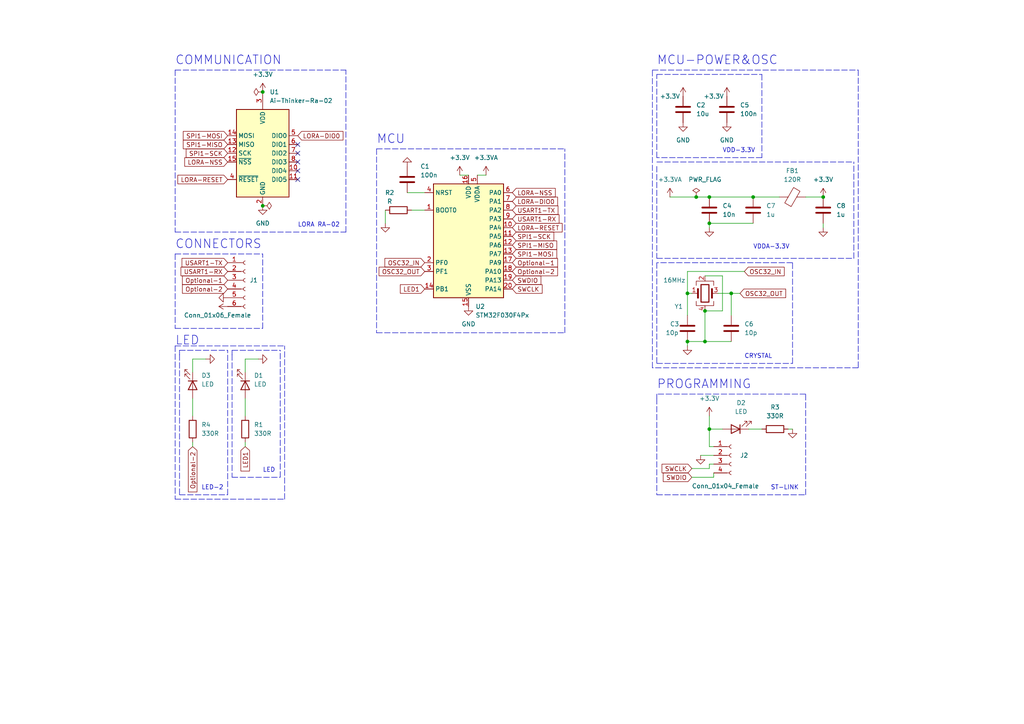
<source format=kicad_sch>
(kicad_sch (version 20211123) (generator eeschema)
  (paper "A4")
  (lib_symbols
    (symbol "Connector:Conn_01x04_Female" (pin_names (offset 1.016) hide)
      (property "Reference" "J" (at 0 5.08 0))
      (property "Value" "Conn_01x04_Female" (at 0 -7.62 0))
      (symbol "Conn_01x04_Female_1_1"
        (arc (start 0 -4.572) (mid -0.508 -5.08) (end 0 -5.588) (stroke (width 0.1524)))
        (arc (start 0 -2.032) (mid -0.508 -2.54) (end 0 -3.048) (stroke (width 0.1524)))
        (polyline (pts (xy -1.27 -5.08) (xy -0.508 -5.08)) (stroke (width 0.1524)))
        (polyline (pts (xy -1.27 -2.54) (xy -0.508 -2.54)) (stroke (width 0.1524)))
        (polyline (pts (xy -1.27 0) (xy -0.508 0)) (stroke (width 0.1524)))
        (polyline (pts (xy -1.27 2.54) (xy -0.508 2.54)) (stroke (width 0.1524)))
        (arc (start 0 0.508) (mid -0.508 0) (end 0 -0.508) (stroke (width 0.1524)))
        (arc (start 0 3.048) (mid -0.508 2.54) (end 0 2.032) (stroke (width 0.1524)))
        (pin passive line (at -5.08 2.54 0) (length 3.81) (name "Pin_1") (number "1"))
        (pin passive line (at -5.08 0 0) (length 3.81) (name "Pin_2") (number "2"))
        (pin passive line (at -5.08 -2.54 0) (length 3.81) (name "Pin_3") (number "3"))
        (pin passive line (at -5.08 -5.08 0) (length 3.81) (name "Pin_4") (number "4"))
      )
    )
    (symbol "Connector:Conn_01x06_Female" (pin_names (offset 1.016) hide)
      (property "Reference" "J" (at 0 7.62 0))
      (property "Value" "Conn_01x06_Female" (at 0 -10.16 0))
      (symbol "Conn_01x06_Female_1_1"
        (arc (start 0 -7.112) (mid -0.508 -7.62) (end 0 -8.128) (stroke (width 0.1524)))
        (arc (start 0 -4.572) (mid -0.508 -5.08) (end 0 -5.588) (stroke (width 0.1524)))
        (arc (start 0 -2.032) (mid -0.508 -2.54) (end 0 -3.048) (stroke (width 0.1524)))
        (polyline (pts (xy -1.27 -7.62) (xy -0.508 -7.62)) (stroke (width 0.1524)))
        (polyline (pts (xy -1.27 -5.08) (xy -0.508 -5.08)) (stroke (width 0.1524)))
        (polyline (pts (xy -1.27 -2.54) (xy -0.508 -2.54)) (stroke (width 0.1524)))
        (polyline (pts (xy -1.27 0) (xy -0.508 0)) (stroke (width 0.1524)))
        (polyline (pts (xy -1.27 2.54) (xy -0.508 2.54)) (stroke (width 0.1524)))
        (polyline (pts (xy -1.27 5.08) (xy -0.508 5.08)) (stroke (width 0.1524)))
        (arc (start 0 0.508) (mid -0.508 0) (end 0 -0.508) (stroke (width 0.1524)))
        (arc (start 0 3.048) (mid -0.508 2.54) (end 0 2.032) (stroke (width 0.1524)))
        (arc (start 0 5.588) (mid -0.508 5.08) (end 0 4.572) (stroke (width 0.1524)))
        (pin passive line (at -5.08 5.08 0) (length 3.81) (name "Pin_1") (number "1"))
        (pin passive line (at -5.08 2.54 0) (length 3.81) (name "Pin_2") (number "2"))
        (pin passive line (at -5.08 0 0) (length 3.81) (name "Pin_3") (number "3"))
        (pin passive line (at -5.08 -2.54 0) (length 3.81) (name "Pin_4") (number "4"))
        (pin passive line (at -5.08 -5.08 0) (length 3.81) (name "Pin_5") (number "5"))
        (pin passive line (at -5.08 -7.62 0) (length 3.81) (name "Pin_6") (number "6"))
      )
    )
    (symbol "Device:C" (pin_numbers hide) (pin_names (offset 0.254))
      (property "Reference" "C" (at 0.635 2.54 0))
      (property "Value" "C" (at 0.635 -2.54 0))
      (symbol "C_0_1"
        (polyline (pts (xy -2.032 -0.762) (xy 2.032 -0.762)) (stroke (width 0.508)))
        (polyline (pts (xy -2.032 0.762) (xy 2.032 0.762)) (stroke (width 0.508)))
      )
      (symbol "C_1_1"
        (pin passive line (at 0 3.81 270) (length 2.794) (name "~") (number "1"))
        (pin passive line (at 0 -3.81 90) (length 2.794) (name "~") (number "2"))
      )
    )
    (symbol "Device:Crystal_GND24" (pin_names (offset 1.016) hide)
      (property "Reference" "Y" (at 3.175 5.08 0))
      (property "Value" "Crystal_GND24" (at 3.175 3.175 0))
      (symbol "Crystal_GND24_0_1"
        (rectangle (start -1.143 2.54) (end 1.143 -2.54) (stroke (width 0.3048)))
        (polyline (pts (xy -2.54 0) (xy -2.032 0)))
        (polyline (pts (xy -2.032 -1.27) (xy -2.032 1.27)) (stroke (width 0.508)))
        (polyline (pts (xy 0 -3.81) (xy 0 -3.556)))
        (polyline (pts (xy 0 3.556) (xy 0 3.81)))
        (polyline (pts (xy 2.032 -1.27) (xy 2.032 1.27)) (stroke (width 0.508)))
        (polyline (pts (xy 2.032 0) (xy 2.54 0)))
        (polyline (pts (xy -2.54 -2.286) (xy -2.54 -3.556) (xy 2.54 -3.556) (xy 2.54 -2.286)))
        (polyline (pts (xy -2.54 2.286) (xy -2.54 3.556) (xy 2.54 3.556) (xy 2.54 2.286)))
      )
      (symbol "Crystal_GND24_1_1"
        (pin passive line (at -3.81 0 0) (length 1.27) (name "1") (number "1"))
        (pin passive line (at 0 5.08 270) (length 1.27) (name "2") (number "2"))
        (pin passive line (at 3.81 0 180) (length 1.27) (name "3") (number "3"))
        (pin passive line (at 0 -5.08 90) (length 1.27) (name "4") (number "4"))
      )
    )
    (symbol "Device:FerriteBead" (pin_numbers hide) (pin_names (offset 0))
      (property "Reference" "FB" (at -3.81 0.635 90))
      (property "Value" "FerriteBead" (at 3.81 0 90))
      (symbol "FerriteBead_0_1"
        (polyline (pts (xy 0 -1.27) (xy 0 -1.2192)))
        (polyline (pts (xy 0 1.27) (xy 0 1.2954)))
        (polyline (pts (xy -2.7686 0.4064) (xy -1.7018 2.2606) (xy 2.7686 -0.3048) (xy 1.6764 -2.159) (xy -2.7686 0.4064)))
      )
      (symbol "FerriteBead_1_1"
        (pin passive line (at 0 3.81 270) (length 2.54) (name "~") (number "1"))
        (pin passive line (at 0 -3.81 90) (length 2.54) (name "~") (number "2"))
      )
    )
    (symbol "Device:LED" (pin_numbers hide) (pin_names (offset 1.016) hide)
      (property "Reference" "D" (at 0 2.54 0))
      (property "Value" "LED" (at 0 -2.54 0))
      (symbol "LED_0_1"
        (polyline (pts (xy -1.27 -1.27) (xy -1.27 1.27)) (stroke (width 0.254)))
        (polyline (pts (xy -1.27 0) (xy 1.27 0)))
        (polyline (pts (xy 1.27 -1.27) (xy 1.27 1.27) (xy -1.27 0) (xy 1.27 -1.27)) (stroke (width 0.254)))
        (polyline (pts (xy -3.048 -0.762) (xy -4.572 -2.286) (xy -3.81 -2.286) (xy -4.572 -2.286) (xy -4.572 -1.524)))
        (polyline (pts (xy -1.778 -0.762) (xy -3.302 -2.286) (xy -2.54 -2.286) (xy -3.302 -2.286) (xy -3.302 -1.524)))
      )
      (symbol "LED_1_1"
        (pin passive line (at -3.81 0 0) (length 2.54) (name "K") (number "1"))
        (pin passive line (at 3.81 0 180) (length 2.54) (name "A") (number "2"))
      )
    )
    (symbol "Device:R" (pin_numbers hide) (pin_names (offset 0))
      (property "Reference" "R" (at 2.032 0 90))
      (property "Value" "R" (at 0 0 90))
      (symbol "R_0_1"
        (rectangle (start -1.016 -2.54) (end 1.016 2.54) (stroke (width 0.254)))
      )
      (symbol "R_1_1"
        (pin passive line (at 0 3.81 270) (length 1.27) (name "~") (number "1"))
        (pin passive line (at 0 -3.81 90) (length 1.27) (name "~") (number "2"))
      )
    )
    (symbol "MCU_ST_STM32F0:STM32F030F4Px"
      (property "Reference" "U" (at -10.16 16.51 0))
      (property "Value" "STM32F030F4Px" (at 5.08 16.51 0))
      (symbol "STM32F030F4Px_0_1"
        (rectangle (start -10.16 -17.78) (end 10.16 15.24) (stroke (width 0.254)) (fill (type background)))
      )
      (symbol "STM32F030F4Px_1_1"
        (pin input line (at -12.7 7.62 0) (length 2.54) (name "BOOT0") (number "1"))
        (pin bidirectional line (at 12.7 2.54 180) (length 2.54) (name "PA4") (number "10"))
        (pin bidirectional line (at 12.7 0 180) (length 2.54) (name "PA5") (number "11"))
        (pin bidirectional line (at 12.7 -2.54 180) (length 2.54) (name "PA6") (number "12"))
        (pin bidirectional line (at 12.7 -5.08 180) (length 2.54) (name "PA7") (number "13"))
        (pin bidirectional line (at -12.7 -15.24 0) (length 2.54) (name "PB1") (number "14"))
        (pin power_in line (at 0 -20.32 90) (length 2.54) (name "VSS") (number "15"))
        (pin power_in line (at 0 17.78 270) (length 2.54) (name "VDD") (number "16"))
        (pin bidirectional line (at 12.7 -7.62 180) (length 2.54) (name "PA9") (number "17"))
        (pin bidirectional line (at 12.7 -10.16 180) (length 2.54) (name "PA10") (number "18"))
        (pin bidirectional line (at 12.7 -12.7 180) (length 2.54) (name "PA13") (number "19"))
        (pin input line (at -12.7 -7.62 0) (length 2.54) (name "PF0") (number "2"))
        (pin bidirectional line (at 12.7 -15.24 180) (length 2.54) (name "PA14") (number "20"))
        (pin input line (at -12.7 -10.16 0) (length 2.54) (name "PF1") (number "3"))
        (pin input line (at -12.7 12.7 0) (length 2.54) (name "NRST") (number "4"))
        (pin power_in line (at 2.54 17.78 270) (length 2.54) (name "VDDA") (number "5"))
        (pin bidirectional line (at 12.7 12.7 180) (length 2.54) (name "PA0") (number "6"))
        (pin bidirectional line (at 12.7 10.16 180) (length 2.54) (name "PA1") (number "7"))
        (pin bidirectional line (at 12.7 7.62 180) (length 2.54) (name "PA2") (number "8"))
        (pin bidirectional line (at 12.7 5.08 180) (length 2.54) (name "PA3") (number "9"))
      )
    )
    (symbol "RF_Module:Ai-Thinker-Ra-02"
      (property "Reference" "U" (at 2.54 19.05 0))
      (property "Value" "Ai-Thinker-Ra-02" (at 13.97 -15.24 0))
      (symbol "Ai-Thinker-Ra-02_0_1"
        (rectangle (start -7.62 12.7) (end 7.62 -12.7) (stroke (width 0.254)) (fill (type background)))
      )
      (symbol "Ai-Thinker-Ra-02_1_1"
        (pin passive line (at 0 -15.24 90) (length 2.54) hide (name "GND") (number "1"))
        (pin bidirectional line (at 10.16 -5.08 180) (length 2.54) (name "DIO4") (number "10"))
        (pin bidirectional line (at 10.16 -7.62 180) (length 2.54) (name "DIO5") (number "11"))
        (pin input line (at -10.16 0 0) (length 2.54) (name "SCK") (number "12"))
        (pin output line (at -10.16 2.54 0) (length 2.54) (name "MISO") (number "13"))
        (pin input line (at -10.16 5.08 0) (length 2.54) (name "MOSI") (number "14"))
        (pin input line (at -10.16 -2.54 0) (length 2.54) (name "~{NSS}") (number "15"))
        (pin passive line (at 0 -15.24 90) (length 2.54) hide (name "GND") (number "16"))
        (pin power_in line (at 0 -15.24 90) (length 2.54) (name "GND") (number "2"))
        (pin power_in line (at 0 17.78 270) (length 5.08) (name "VDD") (number "3"))
        (pin input line (at -10.16 -7.62 0) (length 2.54) (name "~{RESET}") (number "4"))
        (pin bidirectional line (at 10.16 5.08 180) (length 2.54) (name "DIO0") (number "5"))
        (pin bidirectional line (at 10.16 2.54 180) (length 2.54) (name "DIO1") (number "6"))
        (pin bidirectional line (at 10.16 0 180) (length 2.54) (name "DIO2") (number "7"))
        (pin bidirectional line (at 10.16 -2.54 180) (length 2.54) (name "DIO3") (number "8"))
        (pin passive line (at 0 -15.24 90) (length 2.54) hide (name "GND") (number "9"))
      )
    )
    (symbol "power:+3.3V" (power) (pin_names (offset 0))
      (property "Value" "+3.3V" (at 0 3.556 0))
      (symbol "+3.3V_0_1"
        (polyline (pts (xy -0.762 1.27) (xy 0 2.54)))
        (polyline (pts (xy 0 0) (xy 0 2.54)))
        (polyline (pts (xy 0 2.54) (xy 0.762 1.27)))
      )
      (symbol "+3.3V_1_1"
        (pin power_in line (at 0 0 90) (length 0) hide (name "+3.3V") (number "1"))
      )
    )
    (symbol "power:+3.3VA" (power) (pin_names (offset 0))
      (property "Value" "+3.3VA" (at 0 3.556 0))
      (symbol "+3.3VA_0_1"
        (polyline (pts (xy -0.762 1.27) (xy 0 2.54)))
        (polyline (pts (xy 0 0) (xy 0 2.54)))
        (polyline (pts (xy 0 2.54) (xy 0.762 1.27)))
      )
      (symbol "+3.3VA_1_1"
        (pin power_in line (at 0 0 90) (length 0) hide (name "+3.3VA") (number "1"))
      )
    )
    (symbol "power:GND" (power) (pin_names (offset 0))
      (property "Value" "GND" (at 0 -3.81 0))
      (symbol "GND_0_1"
        (polyline (pts (xy 0 0) (xy 0 -1.27) (xy 1.27 -1.27) (xy 0 -2.54) (xy -1.27 -1.27) (xy 0 -1.27)))
      )
      (symbol "GND_1_1"
        (pin power_in line (at 0 0 270) (length 0) hide (name "GND") (number "1"))
      )
    )
    (symbol "power:PWR_FLAG" (power) (pin_numbers hide) (pin_names (offset 0) hide)
      (property "Value" "PWR_FLAG" (at 0 3.81 0))
      (symbol "PWR_FLAG_0_0"
        (pin power_out line (at 0 0 90) (length 0) (name "pwr") (number "1"))
      )
      (symbol "PWR_FLAG_0_1"
        (polyline (pts (xy 0 0) (xy 0 1.27) (xy -1.016 1.905) (xy 0 2.54) (xy 1.016 1.905) (xy 0 1.27)))
      )
    )
  )
  (junction (at 218.44 57.15))
  (junction (at 199.39 99.06))
  (junction (at 76.2 59.69))
  (junction (at 204.47 99.06))
  (junction (at 76.2 26.67))
  (junction (at 205.74 124.46))
  (junction (at 204.47 90.17))
  (junction (at 201.93 57.15))
  (junction (at 205.74 64.77))
  (junction (at 238.76 57.15))
  (junction (at 212.09 85.09))
  (junction (at 205.74 57.15))
  (junction (at 199.39 85.09))
  (no_connect (at 86.36 41.91))
  (no_connect (at 86.36 52.07))
  (no_connect (at 86.36 49.53))
  (no_connect (at 86.36 46.99))
  (no_connect (at 86.36 44.45))
  (wire (pts (xy 212.09 85.09) (xy 214.63 85.09)))
  (polyline (pts (xy 247.65 74.93) (xy 247.65 46.99)))
  (wire (pts (xy 133.35 50.8) (xy 135.89 50.8)))
  (wire (pts (xy 205.74 64.77) (xy 205.74 66.04)))
  (wire (pts (xy 208.28 85.09) (xy 212.09 85.09)))
  (wire (pts (xy 199.39 85.09) (xy 200.66 85.09)))
  (wire (pts (xy 200.66 135.89) (xy 205.74 135.89)))
  (wire (pts (xy 199.39 85.09) (xy 199.39 91.44)))
  (wire (pts (xy 71.12 104.14) (xy 74.93 104.14)))
  (wire (pts (xy 201.93 57.15) (xy 205.74 57.15)))
  (wire (pts (xy 218.44 57.15) (xy 226.06 57.15)))
  (polyline (pts (xy 190.5 114.3) (xy 190.5 115.57)))
  (polyline (pts (xy 50.8 100.33) (xy 50.8 144.78)))
  (polyline (pts (xy 67.31 138.43) (xy 81.28 138.43)))
  (wire (pts (xy 199.39 78.74) (xy 199.39 85.09)))
  (wire (pts (xy 204.47 80.01) (xy 209.55 80.01)))
  (polyline (pts (xy 50.8 73.66) (xy 76.2 73.66)))
  (wire (pts (xy 204.47 99.06) (xy 199.39 99.06)))
  (wire (pts (xy 203.2 132.08) (xy 207.01 132.08)))
  (wire (pts (xy 71.12 115.57) (xy 71.12 120.65)))
  (polyline (pts (xy 190.5 115.57) (xy 190.5 143.51)))
  (wire (pts (xy 233.68 57.15) (xy 238.76 57.15)))
  (polyline (pts (xy 163.83 96.52) (xy 163.83 43.18)))
  (wire (pts (xy 238.76 64.77) (xy 238.76 66.04)))
  (wire (pts (xy 205.74 124.46) (xy 205.74 120.65)))
  (polyline (pts (xy 50.8 144.78) (xy 82.55 144.78)))
  (polyline (pts (xy 50.8 20.32) (xy 100.33 20.32)))
  (polyline (pts (xy 109.22 96.52) (xy 163.83 96.52)))
  (polyline (pts (xy 109.22 43.18) (xy 163.83 43.18)))
  (wire (pts (xy 217.17 124.46) (xy 220.98 124.46)))
  (wire (pts (xy 209.55 90.17) (xy 204.47 90.17)))
  (polyline (pts (xy 190.5 21.59) (xy 220.98 21.59)))
  (wire (pts (xy 71.12 104.14) (xy 71.12 107.95)))
  (polyline (pts (xy 190.5 74.93) (xy 247.65 74.93)))
  (polyline (pts (xy 81.28 138.43) (xy 81.28 101.6)))
  (polyline (pts (xy 52.07 101.6) (xy 66.04 101.6)))
  (polyline (pts (xy 50.8 73.66) (xy 50.8 95.25)))
  (wire (pts (xy 207.01 134.62) (xy 205.74 134.62)))
  (wire (pts (xy 55.88 104.14) (xy 59.69 104.14)))
  (wire (pts (xy 55.88 129.54) (xy 55.88 128.27)))
  (polyline (pts (xy 190.5 76.2) (xy 190.5 105.41)))
  (polyline (pts (xy 52.07 102.87) (xy 52.07 143.51)))
  (wire (pts (xy 199.39 99.06) (xy 199.39 100.33)))
  (wire (pts (xy 205.74 64.77) (xy 218.44 64.77)))
  (polyline (pts (xy 50.8 100.33) (xy 82.55 100.33)))
  (polyline (pts (xy 76.2 95.25) (xy 76.2 73.66)))
  (wire (pts (xy 209.55 80.01) (xy 209.55 90.17)))
  (polyline (pts (xy 220.98 21.59) (xy 220.98 45.72)))
  (polyline (pts (xy 100.33 67.31) (xy 100.33 20.32)))
  (wire (pts (xy 212.09 85.09) (xy 212.09 91.44)))
  (polyline (pts (xy 190.5 45.72) (xy 190.5 21.59)))
  (wire (pts (xy 119.38 60.96) (xy 123.19 60.96)))
  (wire (pts (xy 229.87 124.46) (xy 228.6 124.46)))
  (polyline (pts (xy 248.92 106.68) (xy 189.23 106.68)))
  (polyline (pts (xy 50.8 20.32) (xy 50.8 67.31)))
  (wire (pts (xy 194.31 57.15) (xy 201.93 57.15)))
  (wire (pts (xy 55.88 104.14) (xy 55.88 107.95)))
  (polyline (pts (xy 190.5 48.26) (xy 190.5 74.93)))
  (polyline (pts (xy 229.87 105.41) (xy 229.87 76.2)))
  (polyline (pts (xy 66.04 143.51) (xy 66.04 101.6)))
  (polyline (pts (xy 52.07 143.51) (xy 66.04 143.51)))
  (wire (pts (xy 207.01 129.54) (xy 205.74 129.54)))
  (polyline (pts (xy 190.5 46.99) (xy 247.65 46.99)))
  (polyline (pts (xy 67.31 101.6) (xy 81.28 101.6)))
  (wire (pts (xy 199.39 78.74) (xy 215.9 78.74)))
  (wire (pts (xy 200.66 138.43) (xy 207.01 138.43)))
  (wire (pts (xy 123.19 55.88) (xy 118.11 55.88)))
  (wire (pts (xy 207.01 137.16) (xy 207.01 138.43)))
  (wire (pts (xy 111.76 60.96) (xy 111.76 64.77)))
  (polyline (pts (xy 67.31 102.87) (xy 67.31 138.43)))
  (polyline (pts (xy 109.22 43.18) (xy 109.22 96.52)))
  (polyline (pts (xy 50.8 67.31) (xy 100.33 67.31)))
  (polyline (pts (xy 50.8 95.25) (xy 76.2 95.25)))
  (polyline (pts (xy 248.92 20.32) (xy 248.92 106.68)))
  (wire (pts (xy 205.74 57.15) (xy 218.44 57.15)))
  (polyline (pts (xy 220.98 45.72) (xy 190.5 45.72)))
  (polyline (pts (xy 82.55 144.78) (xy 82.55 100.33)))
  (polyline (pts (xy 189.23 106.68) (xy 189.23 20.32)))
  (wire (pts (xy 205.74 129.54) (xy 205.74 124.46)))
  (wire (pts (xy 204.47 90.17) (xy 204.47 99.06)))
  (polyline (pts (xy 190.5 143.51) (xy 233.68 143.51)))
  (polyline (pts (xy 67.31 101.6) (xy 67.31 102.87)))
  (polyline (pts (xy 189.23 20.32) (xy 248.92 20.32)))
  (wire (pts (xy 205.74 134.62) (xy 205.74 135.89)))
  (wire (pts (xy 140.97 50.8) (xy 138.43 50.8)))
  (wire (pts (xy 55.88 115.57) (xy 55.88 120.65)))
  (polyline (pts (xy 229.87 76.2) (xy 190.5 76.2)))
  (polyline (pts (xy 233.68 114.3) (xy 190.5 114.3)))
  (polyline (pts (xy 233.68 143.51) (xy 233.68 114.3)))
  (polyline (pts (xy 190.5 105.41) (xy 229.87 105.41)))
  (wire (pts (xy 212.09 99.06) (xy 204.47 99.06)))
  (polyline (pts (xy 52.07 101.6) (xy 52.07 102.87)))
  (wire (pts (xy 205.74 124.46) (xy 209.55 124.46)))
  (wire (pts (xy 71.12 129.54) (xy 71.12 128.27)))
  (text "MCU" (at 109.22 41.91 0) (effects (font (size 2.54 2.54)) (justify left bottom)))
  (text "LED" (at 76.2 137.16 0) (effects (font (size 1.27 1.27)) (justify left bottom)))
  (text "COMMUNICATION" (at 50.8 19.05 0) (effects (font (size 2.54 2.54)) (justify left bottom)))
  (text "VDDA-3.3V" (at 218.44 72.39 0) (effects (font (size 1.27 1.27)) (justify left bottom)))
  (text "PROGRAMMING\n" (at 190.5 113.03 0) (effects (font (size 2.54 2.54)) (justify left bottom)))
  (text "CONNECTORS" (at 50.8 72.39 0) (effects (font (size 2.54 2.54)) (justify left bottom)))
  (text "LED-2\n" (at 58.42 142.24 0) (effects (font (size 1.27 1.27)) (justify left bottom)))
  (text "LED\n" (at 50.8 100.33 0) (effects (font (size 2.54 2.54)) (justify left bottom)))
  (text "VDD-3.3V" (at 209.55 44.45 0) (effects (font (size 1.27 1.27)) (justify left bottom)))
  (text "CRYSTAL\n" (at 215.9 104.14 0) (effects (font (size 1.27 1.27)) (justify left bottom)))
  (text "MCU-POWER&OSC" (at 190.5 19.05 0) (effects (font (size 2.54 2.54)) (justify left bottom)))
  (text "LORA RA-02\n" (at 86.36 66.04 0) (effects (font (size 1.27 1.27)) (justify left bottom)))
  (text "ST-LINK" (at 223.52 142.24 0) (effects (font (size 1.27 1.27)) (justify left bottom)))
  (global_label "OSC32_OUT" (shape input) (at 123.19 78.74 180) (property "Intersheet References" "${INTERSHEET_REFS}" (effects hide)))
  (global_label "LORA-DIO0" (shape input) (at 148.59 58.42 0) (property "Intersheet References" "${INTERSHEET_REFS}" (effects hide)))
  (global_label "LED1" (shape input) (at 123.19 83.82 180) (property "Intersheet References" "${INTERSHEET_REFS}" (effects hide)))
  (global_label "LORA-RESET" (shape input) (at 66.04 52.07 180) (property "Intersheet References" "${INTERSHEET_REFS}" (effects hide)))
  (global_label "OSC32_IN" (shape input) (at 215.9 78.74 0) (property "Intersheet References" "${INTERSHEET_REFS}" (effects hide)))
  (global_label "Optional-2" (shape input) (at 66.04 83.82 180) (property "Intersheet References" "${INTERSHEET_REFS}" (effects hide)))
  (global_label "OSC32_IN" (shape input) (at 123.19 76.2 180) (property "Intersheet References" "${INTERSHEET_REFS}" (effects hide)))
  (global_label "Optional-1" (shape input) (at 66.04 81.28 180) (property "Intersheet References" "${INTERSHEET_REFS}" (effects hide)))
  (global_label "SPI1-SCK" (shape input) (at 148.59 68.58 0) (property "Intersheet References" "${INTERSHEET_REFS}" (effects hide)))
  (global_label "OSC32_OUT" (shape input) (at 214.63 85.09 0) (property "Intersheet References" "${INTERSHEET_REFS}" (effects hide)))
  (global_label "LORA-NSS" (shape input) (at 148.59 55.88 0) (property "Intersheet References" "${INTERSHEET_REFS}" (effects hide)))
  (global_label "SWCLK" (shape input) (at 200.66 135.89 180) (property "Intersheet References" "${INTERSHEET_REFS}" (effects hide)))
  (global_label "SWCLK" (shape input) (at 148.59 83.82 0) (property "Intersheet References" "${INTERSHEET_REFS}" (effects hide)))
  (global_label "Optional-2" (shape input) (at 55.88 129.54 270) (property "Intersheet References" "${INTERSHEET_REFS}" (effects hide)))
  (global_label "SPI1-MISO" (shape input) (at 66.04 41.91 180) (property "Intersheet References" "${INTERSHEET_REFS}" (effects hide)))
  (global_label "Optional-1" (shape input) (at 148.59 76.2 0) (property "Intersheet References" "${INTERSHEET_REFS}" (effects hide)))
  (global_label "SWDIO" (shape input) (at 200.66 138.43 180) (property "Intersheet References" "${INTERSHEET_REFS}" (effects hide)))
  (global_label "SWDIO" (shape input) (at 148.59 81.28 0) (property "Intersheet References" "${INTERSHEET_REFS}" (effects hide)))
  (global_label "LORA-RESET" (shape input) (at 148.59 66.04 0) (property "Intersheet References" "${INTERSHEET_REFS}" (effects hide)))
  (global_label "LED1" (shape input) (at 71.12 129.54 270) (property "Intersheet References" "${INTERSHEET_REFS}" (effects hide)))
  (global_label "SPI1-MOSI" (shape input) (at 66.04 39.37 180) (property "Intersheet References" "${INTERSHEET_REFS}" (effects hide)))
  (global_label "USART1-TX" (shape input) (at 66.04 76.2 180) (property "Intersheet References" "${INTERSHEET_REFS}" (effects hide)))
  (global_label "USART1-RX" (shape input) (at 66.04 78.74 180) (property "Intersheet References" "${INTERSHEET_REFS}" (effects hide)))
  (global_label "LORA-DIO0" (shape input) (at 86.36 39.37 0) (property "Intersheet References" "${INTERSHEET_REFS}" (effects hide)))
  (global_label "Optional-2" (shape input) (at 148.59 78.74 0) (property "Intersheet References" "${INTERSHEET_REFS}" (effects hide)))
  (global_label "USART1-RX" (shape input) (at 148.59 63.5 0) (property "Intersheet References" "${INTERSHEET_REFS}" (effects hide)))
  (global_label "SPI1-SCK" (shape input) (at 66.04 44.45 180) (property "Intersheet References" "${INTERSHEET_REFS}" (effects hide)))
  (global_label "SPI1-MOSI" (shape input) (at 148.59 73.66 0) (property "Intersheet References" "${INTERSHEET_REFS}" (effects hide)))
  (global_label "USART1-TX" (shape input) (at 148.59 60.96 0) (property "Intersheet References" "${INTERSHEET_REFS}" (effects hide)))
  (global_label "LORA-NSS" (shape input) (at 66.04 46.99 180) (property "Intersheet References" "${INTERSHEET_REFS}" (effects hide)))
  (global_label "SPI1-MISO" (shape input) (at 148.59 71.12 0) (property "Intersheet References" "${INTERSHEET_REFS}" (effects hide)))
  (symbol (lib_id "power:GND") (at 59.69 104.14 90) (unit 1)
    (property "Reference" "#PWR023" (effects hide))
    (property "Value" "GND" (effects hide))
  )
  (symbol (lib_id "Connector:Conn_01x04_Female") (at 212.09 132.08 0) (unit 1)
    (property "Reference" "J2" (at 214.63 132.08 0) (effects (justify left)))
    (property "Value" "Conn_01x04_Female" (at 200.66 140.97 0) (effects (justify left)))
    (property "Footprint" "Connector_PinSocket_2.54mm:PinSocket_1x04_P2.54mm_Vertical" (effects hide))
  )
  (symbol (lib_id "power:GND") (at 238.76 66.04 0) (unit 1)
    (property "Reference" "#PWR022" (effects hide))
    (property "Value" "GND" (effects hide))
  )
  (symbol (lib_id "power:PWR_FLAG") (at 76.2 59.69 270) (unit 1)
    (property "Reference" "#FLG02" (effects hide))
    (property "Value" "PWR_FLAG" (effects hide))
  )
  (symbol (lib_id "Device:LED") (at 55.88 111.76 270) (unit 1)
    (property "Reference" "D3" (at 58.42 108.9024 90) (effects (justify left)))
    (property "Value" "LED" (at 58.42 111.4424 90) (effects (justify left)))
    (property "Footprint" "LED_SMD:LED_0603_1608Metric" (effects hide))
  )
  (symbol (lib_id "Device:LED") (at 213.36 124.46 180) (unit 1)
    (property "Reference" "D2" (at 214.9475 116.84 0))
    (property "Value" "LED" (at 214.9475 119.38 0))
    (property "Footprint" "LED_SMD:LED_0603_1608Metric" (effects hide))
  )
  (symbol (lib_id "Device:C") (at 238.76 60.96 0) (unit 1)
    (property "Reference" "C8" (at 242.57 59.6899 0) (effects (justify left)))
    (property "Value" "1u" (at 242.57 62.2299 0) (effects (justify left)))
    (property "Footprint" "Capacitor_SMD:C_0402_1005Metric" (effects hide))
  )
  (symbol (lib_id "power:+3.3V") (at 210.82 27.94 0) (unit 1)
    (property "Reference" "#PWR018" (effects hide))
    (property "Value" "+3.3V" (at 207.01 27.94 0))
  )
  (symbol (lib_id "power:+3.3VA") (at 194.31 57.15 0) (unit 1)
    (property "Reference" "#PWR011" (effects hide))
    (property "Value" "+3.3VA" (at 194.31 52.07 0))
  )
  (symbol (lib_id "Device:C") (at 199.39 95.25 0) (unit 1)
    (property "Reference" "C3" (at 194.31 93.98 0) (effects (justify left)))
    (property "Value" "10p" (at 193.04 96.52 0) (effects (justify left)))
    (property "Footprint" "Capacitor_SMD:C_0402_1005Metric" (effects hide))
  )
  (symbol (lib_id "Device:R") (at 115.57 60.96 90) (unit 1)
    (property "Reference" "R2" (at 113.03 55.88 90))
    (property "Value" "R" (at 113.03 58.42 90))
    (property "Footprint" "Resistor_SMD:R_0402_1005Metric" (effects hide))
  )
  (symbol (lib_id "power:+3.3V") (at 66.04 88.9 90) (unit 1)
    (property "Reference" "#PWR03" (effects hide))
    (property "Value" "+3.3V" (effects hide))
  )
  (symbol (lib_id "Device:C") (at 118.11 52.07 0) (unit 1)
    (property "Reference" "C1" (at 121.92 48.26 0) (effects (justify left)))
    (property "Value" "100n" (at 121.92 50.8 0) (effects (justify left)))
    (property "Footprint" "Capacitor_SMD:C_0603_1608Metric" (effects hide))
  )
  (symbol (lib_id "Device:R") (at 71.12 124.46 0) (unit 1)
    (property "Reference" "R1" (at 73.66 123.1899 0) (effects (justify left)))
    (property "Value" "330R" (at 73.66 125.7299 0) (effects (justify left)))
    (property "Footprint" "Resistor_SMD:R_0402_1005Metric" (effects hide))
  )
  (symbol (lib_id "Device:Crystal_GND24") (at 204.47 85.09 0) (unit 1)
    (property "Reference" "Y1" (at 196.85 88.9 0))
    (property "Value" "16MHz" (at 195.58 81.28 0))
    (property "Footprint" "Crystal:Crystal_SMD_3225-4Pin_3.2x2.5mm" (effects hide))
  )
  (symbol (lib_id "power:+3.3V") (at 198.12 27.94 0) (unit 1)
    (property "Reference" "#PWR012" (effects hide))
    (property "Value" "+3.3V" (at 194.31 27.94 0))
  )
  (symbol (lib_id "power:GND") (at 205.74 66.04 0) (unit 1)
    (property "Reference" "#PWR016" (effects hide))
    (property "Value" "GND" (effects hide))
  )
  (symbol (lib_id "power:GND") (at 66.04 86.36 270) (unit 1)
    (property "Reference" "#PWR02" (effects hide))
    (property "Value" "GND" (effects hide))
  )
  (symbol (lib_id "Device:C") (at 210.82 31.75 0) (unit 1)
    (property "Reference" "C5" (at 214.63 30.4799 0) (effects (justify left)))
    (property "Value" "100n" (at 214.63 33.0199 0) (effects (justify left)))
    (property "Footprint" "Capacitor_SMD:C_0402_1005Metric" (effects hide))
  )
  (symbol (lib_id "Device:C") (at 198.12 31.75 0) (unit 1)
    (property "Reference" "C2" (at 201.93 30.4799 0) (effects (justify left)))
    (property "Value" "10u" (at 201.93 33.0199 0) (effects (justify left)))
    (property "Footprint" "Capacitor_SMD:C_0603_1608Metric" (effects hide))
  )
  (symbol (lib_id "RF_Module:Ai-Thinker-Ra-02") (at 76.2 44.45 0) (unit 1)
    (property "Reference" "U1" (at 78.2194 26.67 0) (effects (justify left)))
    (property "Value" "Ai-Thinker-Ra-02" (at 78.2194 29.21 0) (effects (justify left)))
    (property "Footprint" "RF_Module:Ai-Thinker-Ra-01-LoRa" (effects hide))
    (property "Datasheet" "http://wiki.ai-thinker.com/_media/lora/docs/c048ps01a1_ra-02_product_specification_v1.1.pdf" (effects hide))
  )
  (symbol (lib_id "power:+3.3V") (at 76.2 26.67 0) (unit 1)
    (property "Reference" "#PWR04" (effects hide))
    (property "Value" "+3.3V" (at 76.2 21.59 0))
  )
  (symbol (lib_id "power:GND") (at 199.39 100.33 0) (unit 1)
    (property "Reference" "#PWR014" (effects hide))
    (property "Value" "GND" (effects hide))
  )
  (symbol (lib_id "Device:R") (at 55.88 124.46 0) (unit 1)
    (property "Reference" "R4" (at 58.42 123.1899 0) (effects (justify left)))
    (property "Value" "330R" (at 58.42 125.7299 0) (effects (justify left)))
    (property "Footprint" "Resistor_SMD:R_0402_1005Metric" (effects hide))
  )
  (symbol (lib_id "power:GND") (at 118.11 48.26 180) (unit 1)
    (property "Reference" "#PWR07" (effects hide))
    (property "Value" "GND" (effects hide))
  )
  (symbol (lib_id "Connector:Conn_01x06_Female") (at 71.12 81.28 0) (unit 1)
    (property "Reference" "J1" (at 72.39 81.2799 0) (effects (justify left)))
    (property "Value" "Conn_01x06_Female" (at 53.34 91.44 0) (effects (justify left)))
    (property "Footprint" "Connector_PinSocket_2.54mm:PinSocket_1x06_P2.54mm_Vertical" (effects hide))
  )
  (symbol (lib_id "Device:C") (at 205.74 60.96 0) (unit 1)
    (property "Reference" "C4" (at 209.55 59.6899 0) (effects (justify left)))
    (property "Value" "10n" (at 209.55 62.2299 0) (effects (justify left)))
    (property "Footprint" "Capacitor_SMD:C_0402_1005Metric" (effects hide))
  )
  (symbol (lib_id "power:+3.3VA") (at 140.97 50.8 0) (unit 1)
    (property "Reference" "#PWR010" (effects hide))
    (property "Value" "+3.3VA" (at 140.97 45.72 0))
  )
  (symbol (lib_id "power:+3.3V") (at 238.76 57.15 0) (unit 1)
    (property "Reference" "#PWR021" (effects hide))
    (property "Value" "+3.3V" (at 238.76 52.07 0))
  )
  (symbol (lib_id "power:GND") (at 229.87 124.46 0) (unit 1)
    (property "Reference" "#PWR020" (effects hide))
    (property "Value" "GND" (effects hide))
  )
  (symbol (lib_id "power:GND") (at 135.89 88.9 0) (unit 1)
    (property "Reference" "#PWR09" (effects hide))
    (property "Value" "GND" (at 135.89 93.98 0))
  )
  (symbol (lib_id "Device:R") (at 224.79 124.46 90) (unit 1)
    (property "Reference" "R3" (at 224.79 118.11 90))
    (property "Value" "330R" (at 224.79 120.65 90))
    (property "Footprint" "Resistor_SMD:R_0402_1005Metric" (effects hide))
  )
  (symbol (lib_id "power:+3.3V") (at 133.35 50.8 0) (unit 1)
    (property "Reference" "#PWR08" (effects hide))
    (property "Value" "+3.3V" (at 133.35 45.72 0))
  )
  (symbol (lib_id "power:PWR_FLAG") (at 201.93 57.15 0) (unit 1)
    (property "Reference" "#FLG03" (effects hide))
    (property "Value" "PWR_FLAG" (at 204.47 52.07 0))
  )
  (symbol (lib_id "power:GND") (at 111.76 64.77 0) (unit 1)
    (property "Reference" "#PWR06" (effects hide))
    (property "Value" "GND" (effects hide))
  )
  (symbol (lib_id "power:GND") (at 74.93 104.14 90) (unit 1)
    (property "Reference" "#PWR01" (effects hide))
    (property "Value" "GND" (effects hide))
  )
  (symbol (lib_id "MCU_ST_STM32F0:STM32F030F4Px") (at 135.89 68.58 0) (unit 1)
    (property "Reference" "U2" (at 137.9094 88.9 0) (effects (justify left)))
    (property "Value" "STM32F030F4Px" (at 137.9094 91.44 0) (effects (justify left)))
    (property "Footprint" "Package_SO:TSSOP-20_4.4x6.5mm_P0.65mm" (effects hide))
    (property "Datasheet" "http://www.st.com/st-web-ui/static/active/en/resource/technical/document/datasheet/DM00088500.pdf" (effects hide))
  )
  (symbol (lib_id "Device:C") (at 218.44 60.96 0) (unit 1)
    (property "Reference" "C7" (at 222.25 59.6899 0) (effects (justify left)))
    (property "Value" "1u" (at 222.25 62.2299 0) (effects (justify left)))
    (property "Footprint" "Capacitor_SMD:C_0402_1005Metric" (effects hide))
  )
  (symbol (lib_id "power:GND") (at 76.2 59.69 0) (unit 1)
    (property "Reference" "#PWR05" (effects hide))
    (property "Value" "GND" (at 76.2 64.77 0))
  )
  (symbol (lib_id "Device:LED") (at 71.12 111.76 270) (unit 1)
    (property "Reference" "D1" (at 73.66 108.9024 90) (effects (justify left)))
    (property "Value" "LED" (at 73.66 111.4424 90) (effects (justify left)))
    (property "Footprint" "LED_SMD:LED_0603_1608Metric" (effects hide))
  )
  (symbol (lib_id "Device:C") (at 212.09 95.25 0) (unit 1)
    (property "Reference" "C6" (at 215.9 93.9799 0) (effects (justify left)))
    (property "Value" "10p" (at 215.9 96.5199 0) (effects (justify left)))
    (property "Footprint" "Capacitor_SMD:C_0402_1005Metric" (effects hide))
  )
  (symbol (lib_id "power:PWR_FLAG") (at 76.2 26.67 90) (unit 1)
    (property "Reference" "#FLG01" (effects hide))
    (property "Value" "PWR_FLAG" (effects hide))
  )
  (symbol (lib_id "power:+3.3V") (at 205.74 120.65 0) (unit 1)
    (property "Reference" "#PWR017" (effects hide))
    (property "Value" "+3.3V" (at 205.74 115.57 0))
  )
  (symbol (lib_id "Device:FerriteBead") (at 229.87 57.15 90) (unit 1)
    (property "Reference" "FB1" (at 229.8192 49.53 90))
    (property "Value" "120R" (at 229.8192 52.07 90))
    (property "Footprint" "Inductor_SMD:L_0603_1608Metric" (effects hide))
  )
  (symbol (lib_id "power:GND") (at 203.2 132.08 0) (unit 1)
    (property "Reference" "#PWR015" (effects hide))
    (property "Value" "GND" (effects hide))
  )
  (symbol (lib_id "power:GND") (at 198.12 35.56 0) (unit 1)
    (property "Reference" "#PWR013" (effects hide))
    (property "Value" "GND" (at 198.12 40.64 0))
  )
  (symbol (lib_id "power:GND") (at 210.82 35.56 0) (unit 1)
    (property "Reference" "#PWR019" (effects hide))
    (property "Value" "GND" (at 210.82 40.64 0))
  )
)
</source>
